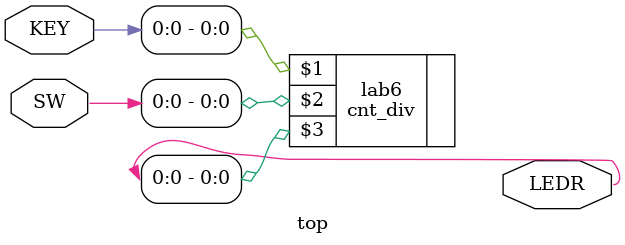
<source format=v>
module top (SW, KEY, LEDR);

    input wire [9:0] SW;        // DE-series switches
    input wire [3:0] KEY;       // DE-series pushbuttons

    output wire [9:0] LEDR;     // DE-series LEDs   

    cnt_div lab6 (KEY[0], SW[0], LEDR[0]);
 
endmodule


</source>
